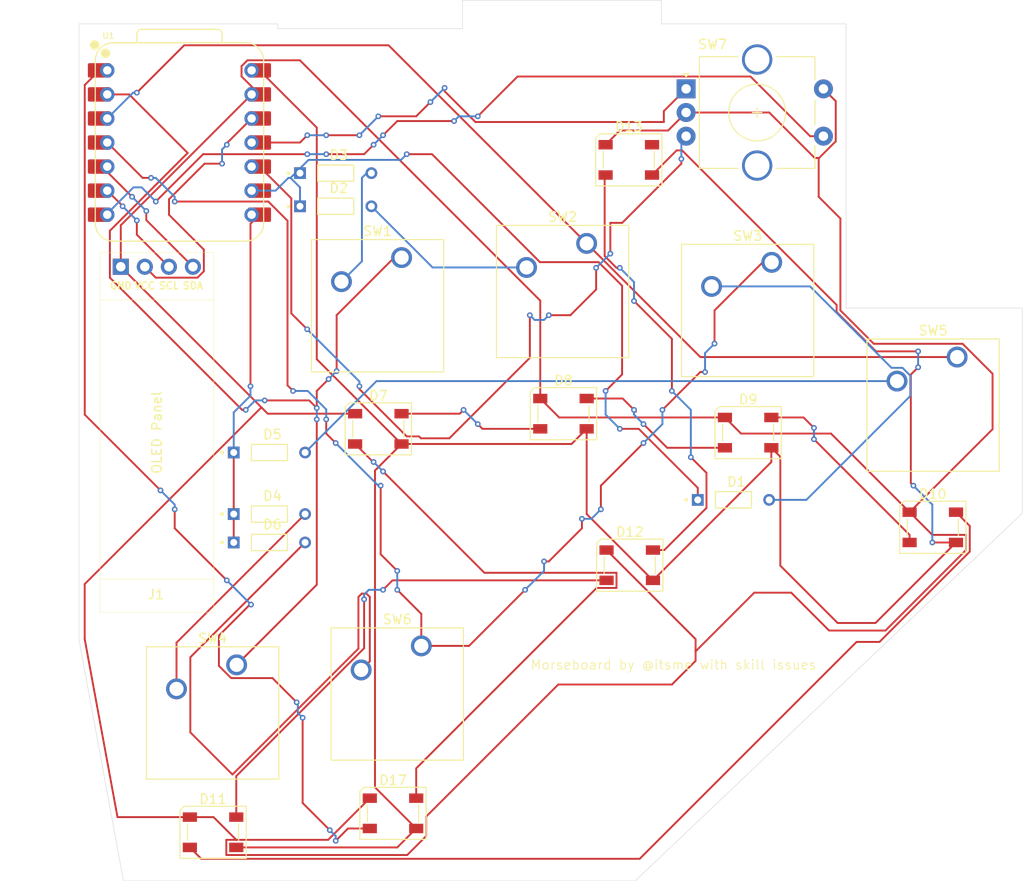
<source format=kicad_pcb>
(kicad_pcb (version 20241229) (generator "pcbnew") (generator_version "9.0")
  (layers (0 "F.Cu" signal) (2 "B.Cu" signal) (13 "F.Paste" user) (15 "B.Paste" user) (5 "F.SilkS" user "F.Silkscreen") (7 "B.SilkS" user "B.Silkscreen") (1 "F.Mask" user) (3 "B.Mask" user) (25 "Edge.Cuts" user))
  (net 0 "")
  (net 1 "Net-(D17-DOUT)")
  (net 2 "+5V")
  (net 3 "Net-(D7-DOUT)")
  (net 4 "GND")
  (net 5 "Net-(D8-DOUT)")
  (net 6 "Net-(D10-DIN)")
  (net 7 "Net-(D10-DOUT)")
  (net 8 "Net-(D17-DIN)")
  (net 9 "Net-(U1-GPIO27{slash}ADC1{slash}A1)")
  (net 10 "Net-(U1-GPIO28{slash}ADC2{slash}A2)")
  (net 11 "Net-(U1-GPIO29{slash}ADC3{slash}A3)")
  (net 12 "Net-(U1-GPIO3{slash}MOSI)")
  (net 13 "Net-(U1-GPIO4{slash}MISO)")
  (net 14 "Net-(U1-GPIO0{slash}TX)")
  (net 15 "+3.3V")
  (net 16 "Net-(J1-Pin_3)")
  (net 17 "Net-(J1-Pin_4)")
  (net 18 "Net-(D1-PadA)")
  (net 19 "Net-(U1-GPIO2{slash}SCK)")
  (net 20 "Net-(D2-PadA)")
  (net 21 "Net-(D3-PadA)")
  (net 22 "Net-(D4-PadA)")
  (net 23 "Net-(U1-GPIO1{slash}RX)")
  (net 24 "Net-(D5-PadA)")
  (net 25 "Net-(D6-PadA)")
  (net 26 "Net-(D11-DOUT)")
  (net 27 "Net-(D12-DOUT)")
  (footprint "OPL:XIAO-RP2040-DIP" (layer "F.Cu") (at 137.5 60.2685)
    (property "Reference" "U1")
    (property "Value" "XIAO-RP2040-DIP")
  )
  (footprint "Button_Switch_Keyboard:SW_Cherry_MX_1.00u_PCB" (layer "F.Cu") (at 200.04 72.92)
    (property "Reference" "SW3")
    (property "Value" "SW_Push")
  )
  (footprint "1N4148:DIOAD753W49L380D172B" (layer "F.Cu") (at 154 67)
    (property "Reference" "D2")
    (property "Value" "1N4148")
  )
  (footprint "LED_SMD:LED_SK6812_PLCC4_5.0x5.0mm_P3.2mm" (layer "F.Cu") (at 141.05 133.1)
    (property "Reference" "D11")
    (property "Value" "SK6812")
  )
  (footprint "1N4148:DIOAD753W49L380D172B" (layer "F.Cu") (at 154 63.5)
    (property "Reference" "D3")
    (property "Value" "1N4148")
  )
  (footprint "LED_SMD:LED_SK6812_PLCC4_5.0x5.0mm_P3.2mm" (layer "F.Cu") (at 184.95 62.1)
    (property "Reference" "D13")
    (property "Value" "SK6812")
  )
  (footprint "LED_SMD:LED_SK6812_PLCC4_5.0x5.0mm_P3.2mm" (layer "F.Cu") (at 185.05 104.9)
    (property "Reference" "D12")
    (property "Value" "SK6812")
  )
  (footprint "LED_SMD:LED_SK6812_PLCC4_5.0x5.0mm_P3.2mm" (layer "F.Cu") (at 197.55 90.9)
    (property "Reference" "D9")
    (property "Value" "SK6812")
  )
  (footprint "Button_Switch_Keyboard:SW_Cherry_MX_1.00u_PCB" (layer "F.Cu") (at 163.04 113.42)
    (property "Reference" "SW6")
    (property "Value" "SW_Push")
  )
  (footprint "Button_Switch_Keyboard:SW_Cherry_MX_1.00u_PCB" (layer "F.Cu") (at 180.5 70.92)
    (property "Reference" "SW2")
    (property "Value" "SW_Push")
  )
  (footprint "LED_SMD:LED_SK6812_PLCC4_5.0x5.0mm_P3.2mm" (layer "F.Cu") (at 158.5 90.5)
    (property "Reference" "D7")
    (property "Value" "SK6812")
  )
  (footprint "KiCad-SSD1306-0.91-OLED-4pin-128x32.pretty-master:SSD1306-0.91-OLED-4pin-128x32" (layer "F.Cu") (at 129.115 109.885 90)
    (property "Reference" "J1")
    (property "Value" "Conn_01x04_Socket")
  )
  (footprint "LED_SMD:LED_SK6812_PLCC4_5.0x5.0mm_P3.2mm" (layer "F.Cu") (at 160.05 131.1)
    (property "Reference" "D17")
    (property "Value" "SK6812")
  )
  (footprint "Button_Switch_Keyboard:SW_Cherry_MX_1.00u_PCB" (layer "F.Cu") (at 143.54 115.42)
    (property "Reference" "SW4")
    (property "Value" "SW_Push")
  )
  (footprint "LED_SMD:LED_SK6812_PLCC4_5.0x5.0mm_P3.2mm" (layer "F.Cu") (at 217.05 100.9)
    (property "Reference" "D10")
    (property "Value" "SK6812")
  )
  (footprint "Rotary Encoder:RotaryEncoder_Alps_EC11E-Switch_Vertical_H20mm_CircularMountingHoles" (layer "F.Cu") (at 191 54.6)
    (property "Reference" "SW7")
    (property "Value" "RotaryEncoder_Switch")
  )
  (footprint "Button_Switch_Keyboard:SW_Cherry_MX_1.00u_PCB" (layer "F.Cu") (at 219.62 82.92)
    (property "Reference" "SW5")
    (property "Value" "SW_Push")
  )
  (footprint "1N4148:DIOAD753W49L380D172B" (layer "F.Cu") (at 196 98)
    (property "Reference" "D1")
    (property "Value" "1N4148")
  )
  (footprint "Button_Switch_Keyboard:SW_Cherry_MX_1.00u_PCB" (layer "F.Cu") (at 160.96 72.42)
    (property "Reference" "SW1")
    (property "Value" "SW_Push")
  )
  (footprint "1N4148:DIOAD753W49L380D172B" (layer "F.Cu") (at 147 93)
    (property "Reference" "D5")
    (property "Value" "1N4148")
  )
  (footprint "1N4148:DIOAD753W49L380D172B" (layer "F.Cu") (at 147 99.5)
    (property "Reference" "D4")
    (property "Value" "1N4148")
  )
  (footprint "1N4148:DIOAD753W49L380D172B" (layer "F.Cu") (at 147 102.5)
    (property "Reference" "D6")
    (property "Value" "1N4148")
  )
  (footprint "LED_SMD:LED_SK6812_PLCC4_5.0x5.0mm_P3.2mm" (layer "F.Cu") (at 178.05 88.9)
    (property "Reference" "D8")
    (property "Value" "SK6812")
  )
  (gr_poly (pts (xy 131.590454 138.243143) (xy 126.893086 112.743143) (xy 126.893086 47.743143) (xy 147.893086 47.743143) (xy 147.893086 48.243143) (xy 167.393086 48.243143) (xy 167.393086 45.243143) (xy 188.393086 45.243143) (xy 188.393086 47.743143) (xy 207.893086 47.743143) (xy 207.893086 77.743143) (xy 226.5 77.743143) (xy 226.5 98.5) (xy 226.5 99.419909) (xy 185.615911 138.243143)) (stroke (width 0.05)) (fill no) (layer "Edge.Cuts"))
  (gr_text "Morseboard by @itsme with skill issues" (at 174.5 116 0) (layer "F.SilkS") (effects (font (size 1 1) (thickness 0.1)) (justify left bottom)))
  (segment (start 159 95) (end 159.25 95.25) (width 0.2) (layer "F.Cu") (net 1))
  (segment (start 162.5 126.35) (end 181.549 107.301) (width 0.2) (layer "F.Cu") (net 1))
  (segment (start 181.549 107.301) (end 183.651 107.301) (width 0.2) (layer "F.Cu") (net 1))
  (segment (start 183.651 105.699) (end 169.699 105.699) (width 0.2) (layer "F.Cu") (net 1))
  (segment (start 169.699 105.699) (end 159 95) (width 0.2) (layer "F.Cu") (net 1))
  (segment (start 156.05 92.1) (end 157.95 94) (width 0.2) (layer "F.Cu") (net 1))
  (segment (start 183.651 107.301) (end 183.651 105.699) (width 0.2) (layer "F.Cu") (net 1))
  (segment (start 157.95 94) (end 158 94) (width 0.2) (layer "F.Cu") (net 1))
  (segment (start 162.5 129.5) (end 162.5 126.35) (width 0.2) (layer "F.Cu") (net 1))
  (via (at 158 94) (size 0.6) (drill 0.3) (layers "F.Cu" "B.Cu") (net 1))
  (via (at 159 95) (size 0.6) (drill 0.3) (layers "F.Cu" "B.Cu") (net 1))
  (segment (start 158 94) (end 159 95) (width 0.2) (layer "B.Cu") (net 1))
  (segment (start 206.891086 78.158185) (end 211.052901 82.32) (width 0.2) (layer "F.Cu") (net 2))
  (segment (start 206.891086 77.411873) (end 206.891086 78.158185) (width 0.2) (layer "F.Cu") (net 2))
  (segment (start 214.729 96.229) (end 214.729 84.771) (width 0.2) (layer "F.Cu") (net 2))
  (segment (start 214.729 84.771) (end 215.5 84) (width 0.2) (layer "F.Cu") (net 2))
  (segment (start 160.5 134.7) (end 143.5 134.7) (width 0.2) (layer "F.Cu") (net 2))
  (segment (start 215 96.5) (end 214.729 96.229) (width 0.2) (layer "F.Cu") (net 2))
  (segment (start 200 94) (end 187.5 106.5) (width 0.2) (layer "F.Cu") (net 2))
  (segment (start 190.578213 61.099) (end 206.891086 77.411873) (width 0.2) (layer "F.Cu") (net 2))
  (segment (start 158.149 128.349) (end 162.5 132.7) (width 0.2) (layer "F.Cu") (net 2))
  (segment (start 187.5 106.5) (end 180.5 99.5) (width 0.2) (layer "F.Cu") (net 2))
  (segment (start 200.95 93.45) (end 200.95 104.95) (width 0.2) (layer "F.Cu") (net 2))
  (segment (start 187.4 63.7) (end 190.001 61.099) (width 0.2) (layer "F.Cu") (net 2))
  (segment (start 180.5 90.5) (end 178.9 92.1) (width 0.2) (layer "F.Cu") (net 2))
  (segment (start 211.052901 82.32) (end 215.5 82.32) (width 0.2) (layer "F.Cu") (net 2))
  (segment (start 180.5 99.5) (end 180.5 90.5) (width 0.2) (layer "F.Cu") (net 2))
  (segment (start 160.95 92.1) (end 152 83.15) (width 0.2) (layer "F.Cu") (net 2))
  (segment (start 178.9 92.1) (end 160.95 92.1) (width 0.2) (layer "F.Cu") (net 2))
  (segment (start 200.95 104.95) (end 207 111) (width 0.2) (layer "F.Cu") (net 2))
  (segment (start 160.95 92.1) (end 158.149 94.901) (width 0.2) (layer "F.Cu") (net 2))
  (segment (start 162.5 132.7) (end 160.5 134.7) (width 0.2) (layer "F.Cu") (net 2))
  (segment (start 158.149 94.901) (end 158.149 128.349) (width 0.2) (layer "F.Cu") (net 2))
  (segment (start 200 92.5) (end 200.95 93.45) (width 0.2) (layer "F.Cu") (net 2))
  (segment (start 211 111) (end 219.5 102.5) (width 0.2) (layer "F.Cu") (net 2))
  (segment (start 200 92.5) (end 200 94) (width 0.2) (layer "F.Cu") (net 2))
  (segment (start 152 83.15) (end 152 58.6935) (width 0.2) (layer "F.Cu") (net 2))
  (segment (start 190.001 61.099) (end 190.578213 61.099) (width 0.2) (layer "F.Cu") (net 2))
  (segment (start 219.5 102.5) (end 217 102.5) (width 0.2) (layer "F.Cu") (net 2))
  (segment (start 207 111) (end 211 111) (width 0.2) (layer "F.Cu") (net 2))
  (segment (start 152 58.6935) (end 145.955 52.6485) (width 0.2) (layer "F.Cu") (net 2))
  (via (at 215 96.5) (size 0.6) (drill 0.3) (layers "F.Cu" "B.Cu") (net 2))
  (via (at 217 102.5) (size 0.6) (drill 0.3) (layers "F.Cu" "B.Cu") (net 2))
  (via (at 215.5 82.32) (size 0.6) (drill 0.3) (layers "F.Cu" "B.Cu") (net 2))
  (via (at 215.5 84) (size 0.6) (drill 0.3) (layers "F.Cu" "B.Cu") (net 2))
  (segment (start 217 102.5) (end 217 98.5) (width 0.2) (layer "B.Cu") (net 2))
  (segment (start 217 98.5) (end 215 96.5) (width 0.2) (layer "B.Cu") (net 2))
  (segment (start 215.5 82.32) (end 215.5 84) (width 0.2) (layer "B.Cu") (net 2))
  (segment (start 175.6 90.5) (end 169.5 90.5) (width 0.2) (layer "F.Cu") (net 3))
  (segment (start 167.1 88.9) (end 160.95 88.9) (width 0.2) (layer "F.Cu") (net 3))
  (segment (start 169.5 90.5) (end 169 90) (width 0.2) (layer "F.Cu") (net 3))
  (segment (start 167.5 88.5) (end 167.1 88.9) (width 0.2) (layer "F.Cu") (net 3))
  (via (at 169 90) (size 0.6) (drill 0.3) (layers "F.Cu" "B.Cu") (net 3))
  (via (at 167.5 88.5) (size 0.6) (drill 0.3) (layers "F.Cu" "B.Cu") (net 3))
  (segment (start 169 90) (end 167.5 88.5) (width 0.2) (layer "B.Cu") (net 3))
  (segment (start 138.6 131.5) (end 130.959408 131.5) (width 0.2) (layer "F.Cu") (net 4))
  (segment (start 189.5 117.5) (end 177.5 117.5) (width 0.2) (layer "F.Cu") (net 4))
  (segment (start 146.21 88.29) (end 146.82 88.9) (width 0.2) (layer "F.Cu") (net 4))
  (segment (start 184 59) (end 189.1 59) (width 0.2) (layer "F.Cu") (net 4))
  (segment (start 220.200314 81.519) (end 210.819001 81.519) (width 0.2) (layer "F.Cu") (net 4))
  (segment (start 220.551 101.699) (end 216.999 101.699) (width 0.2) (layer "F.Cu") (net 4))
  (segment (start 192 112.7) (end 182.6 103.3) (width 0.2) (layer "F.Cu") (net 4))
  (segment (start 223.361 84.679686) (end 220.200314 81.519) (width 0.2) (layer "F.Cu") (net 4))
  (segment (start 207.292086 68.292086) (end 205 66) (width 0.2) (layer "F.Cu") (net 4))
  (segment (start 163.551 133.501) (end 161.551 135.501) (width 0.2) (layer "F.Cu") (net 4))
  (segment (start 146.82 88.9) (end 156.05 88.9) (width 0.2) (layer "F.Cu") (net 4))
  (segment (start 163.551 131.449) (end 163.551 133.501) (width 0.2) (layer "F.Cu") (net 4))
  (segment (start 206.801 60.138892) (end 206.801 55.901) (width 0.2) (layer "F.Cu") (net 4))
  (segment (start 196.8 91) (end 195.1 89.3) (width 0.2) (layer "F.Cu") (net 4))
  (segment (start 210.819001 81.519) (end 207.292086 77.992085) (width 0.2) (layer "F.Cu") (net 4))
  (segment (start 177.6 89.3) (end 195.1 89.3) (width 0.2) (layer "F.Cu") (net 4))
  (segment (start 212.051 111.801) (end 220.551 103.301) (width 0.2) (layer "F.Cu") (net 4))
  (segment (start 144.057 52.20819) (end 144.67969 51.5855) (width 0.2) (layer "F.Cu") (net 4))
  (segment (start 206.101 111.801) (end 212.051 111.801) (width 0.2) (layer "F.Cu") (net 4))
  (segment (start 131.305 69.0035) (end 131.305 73.385) (width 0.2) (layer "F.Cu") (net 4))
  (segment (start 205.038892 61.901) (end 206.801 60.138892) (width 0.2) (layer "F.Cu") (net 4))
  (segment (start 205 61.901) (end 205.038892 61.901) (width 0.2) (layer "F.Cu") (net 4))
  (segment (start 214.6 99.3) (end 223.361 90.539) (width 0.2) (layer "F.Cu") (net 4))
  (segment (start 131.305 73.385) (end 146.21 88.29) (width 0.2) (layer "F.Cu") (net 4))
  (segment (start 223.361 90.539) (end 223.361 84.679686) (width 0.2) (layer "F.Cu") (net 4))
  (segment (start 150.220684 51.5855) (end 175.6 76.964816) (width 0.2) (layer "F.Cu") (net 4))
  (segment (start 145.12 55.1885) (end 131.305 69.0035) (width 0.2) (layer "F.Cu") (net 4))
  (segment (start 214.6 99.3) (end 206.3 91) (width 0.2) (layer "F.Cu") (net 4))
  (segment (start 192 114) (end 192 112.7) (width 0.2) (layer "F.Cu") (net 4))
  (segment (start 143.5 133.899) (end 153.201 133.899) (width 0.2) (layer "F.Cu") (net 4))
  (segment (start 153.201 133.899) (end 157.6 129.5) (width 0.2) (layer "F.Cu") (net 4))
  (segment (start 206.3 91) (end 196.8 91) (width 0.2) (layer "F.Cu") (net 4))
  (segment (start 192 115) (end 189.5 117.5) (width 0.2) (layer "F.Cu") (net 4))
  (segment (start 192 114) (end 198.2 107.8) (width 0.2) (layer "F.Cu") (net 4))
  (segment (start 175.6 87.3) (end 177.6 89.3) (width 0.2) (layer "F.Cu") (net 4))
  (segment (start 192 115) (end 192 114) (width 0.2) (layer "F.Cu") (net 4))
  (segment (start 204.5839 61.901) (end 205 61.901) (width 0.2) (layer "F.Cu") (net 4))
  (segment (start 146.1015 88.29) (end 146.21 88.29) (width 0.2) (layer "F.Cu") (net 4))
  (segment (start 191 57.1) (end 199.7829 57.1) (width 0.2) (layer "F.Cu") (net 4))
  (segment (start 175.6 76.964816) (end 175.6 87.3) (width 0.2) (layer "F.Cu") (net 4))
  (segment (start 143.5 133.899) (end 141.101 131.5) (width 0.2) (layer "F.Cu") (net 4))
  (segment (start 145.955 55.1885) (end 144.057 53.2905) (width 0.2) (layer "F.Cu") (net 4))
  (segment (start 216.999 101.699) (end 214.6 99.3) (width 0.2) (layer "F.Cu") (net 4))
  (segment (start 199.7829 57.1) (end 204.5839 61.901) (width 0.2) (layer "F.Cu") (net 4))
  (segment (start 220.551 103.301) (end 220.551 101.699) (width 0.2) (layer "F.Cu") (net 4))
  (segment (start 189.1 59) (end 191 57.1) (width 0.2) (layer "F.Cu") (net 4))
  (segment (start 206.801 55.901) (end 205.5 54.6) (width 0.2) (layer "F.Cu") (net 4))
  (segment (start 142.449 135.501) (end 142.449 133.899) (width 0.2) (layer "F.Cu") (net 4))
  (segment (start 130.959408 131.5) (end 127.494086 112.688251) (width 0.2) (layer "F.Cu") (net 4))
  (segment (start 141.101 131.5) (end 138.6 131.5) (width 0.2) (layer "F.Cu") (net 4))
  (segment (start 144.057 53.2905) (end 144.057 52.20819) (width 0.2) (layer "F.Cu") (net 4))
  (segment (start 177.5 117.5) (end 163.551 131.449) (width 0.2) (layer "F.Cu") (net 4))
  (segment (start 198.2 107.8) (end 202.1 107.8) (width 0.2) (layer "F.Cu") (net 4))
  (segment (start 144.67969 51.5855) (end 150.220684 51.5855) (width 0.2) (layer "F.Cu") (net 4))
  (segment (start 161.551 135.501) (end 142.449 135.501) (width 0.2) (layer "F.Cu") (net 4))
  (segment (start 182.5 60.5) (end 184 59) (width 0.2) (layer "F.Cu") (net 4))
  (segment (start 142.449 133.899) (end 143.5 133.899) (width 0.2) (layer "F.Cu") (net 4))
  (segment (start 202.1 107.8) (end 206.101 111.801) (width 0.2) (layer "F.Cu") (net 4))
  (segment (start 127.494086 106.897414) (end 146.1015 88.29) (width 0.2) (layer "F.Cu") (net 4))
  (segment (start 207.292086 77.992085) (end 207.292086 68.292086) (width 0.2) (layer "F.Cu") (net 4))
  (segment (start 127.494086 112.688251) (end 127.494086 106.897414) (width 0.2) (layer "F.Cu") (net 4))
  (segment (start 205 66) (end 205 61.901) (width 0.2) (layer "F.Cu") (net 4))
  (segment (start 195.1 92.5) (end 189 92.5) (width 0.2) (layer "F.Cu") (net 5))
  (segment (start 189 92.5) (end 186.5 90) (width 0.2) (layer "F.Cu") (net 5))
  (segment (start 184.3 87.3) (end 185.5 88.5) (width 0.2) (layer "F.Cu") (net 5))
  (segment (start 180.5 87.3) (end 184.3 87.3) (width 0.2) (layer "F.Cu") (net 5))
  (segment (start 185.5 88.5) (end 185.7 88.7) (width 0.2) (layer "F.Cu") (net 5))
  (via (at 186.5 90) (size 0.6) (drill 0.3) (layers "F.Cu" "B.Cu") (net 5))
  (via (at 185.5 88.5) (size 0.6) (drill 0.3) (layers "F.Cu" "B.Cu") (net 5))
  (segment (start 185.5 89) (end 186.5 90) (width 0.2) (layer "B.Cu") (net 5))
  (segment (start 185.5 88.5) (end 185.5 89) (width 0.2) (layer "B.Cu") (net 5))
  (segment (start 214.6 101.7) (end 204.5 91.6) (width 0.2) (layer "F.Cu") (net 6))
  (segment (start 214.6 102.5) (end 214.6 101.7) (width 0.2) (layer "F.Cu") (net 6))
  (segment (start 203.4 89.3) (end 204.5 90.4) (width 0.2) (layer "F.Cu") (net 6))
  (segment (start 200 89.3) (end 203.4 89.3) (width 0.2) (layer "F.Cu") (net 6))
  (via (at 204.5 91.6) (size 0.6) (drill 0.3) (layers "F.Cu" "B.Cu") (net 6))
  (via (at 204.5 90.4) (size 0.6) (drill 0.3) (layers "F.Cu" "B.Cu") (net 6))
  (segment (start 204.5 91.6) (end 204.5 90.4) (width 0.2) (layer "B.Cu") (net 6))
  (segment (start 211.4191 113) (end 220.952 103.4671) (width 0.2) (layer "F.Cu") (net 7))
  (segment (start 186.098 135.902) (end 209 113) (width 0.2) (layer "F.Cu") (net 7))
  (segment (start 220.952 100.752) (end 219.5 99.3) (width 0.2) (layer "F.Cu") (net 7))
  (segment (start 220.952 103.4671) (end 220.952 100.752) (width 0.2) (layer "F.Cu") (net 7))
  (segment (start 209 113) (end 211.4191 113) (width 0.2) (layer "F.Cu") (net 7))
  (segment (start 219.5 99.3) (end 219.5 99.5) (width 0.2) (layer "F.Cu") (net 7))
  (segment (start 138.6 134.7) (end 139.802 135.902) (width 0.2) (layer "F.Cu") (net 7))
  (segment (start 139.802 135.902) (end 186.098 135.902) (width 0.2) (layer "F.Cu") (net 7))
  (segment (start 150.508608 130.008608) (end 150.508608 121.008608) (width 0.2) (layer "F.Cu") (net 8))
  (segment (start 157.6 132.7) (end 155.3 132.7) (width 0.2) (layer "F.Cu") (net 8))
  (segment (start 127.5 54.1935) (end 129.045 52.6485) (width 0.2) (layer "F.Cu") (net 8))
  (segment (start 145 109) (end 145.058515 109.058515) (width 0.2) (layer "F.Cu") (net 8))
  (segment (start 142.5 106.5) (end 137 101) (width 0.2) (layer "F.Cu") (net 8))
  (segment (start 153.375735 132.875735) (end 150.508608 130.008608) (width 0.2) (layer "F.Cu") (net 8))
  (segment (start 155.3 132.7) (end 154 134) (width 0.2) (layer "F.Cu") (net 8))
  (segment (start 137 101) (end 137 99) (width 0.2) (layer "F.Cu") (net 8))
  (segment (start 149.876528 119.376528) (end 147.321 116.821) (width 0.2) (layer "F.Cu") (net 8))
  (segment (start 147.321 116.821) (end 142.959686 116.821) (width 0.2) (layer "F.Cu") (net 8))
  (segment (start 135.5 97) (end 127.5 89) (width 0.2) (layer "F.Cu") (net 8))
  (segment (start 141.6678 112.3322) (end 145 109) (width 0.2) (layer "F.Cu") (net 8))
  (segment (start 141.6678 115.529114) (end 141.6678 112.3322) (width 0.2) (layer "F.Cu") (net 8))
  (segment (start 142.959686 116.821) (end 141.6678 115.529114) (width 0.2) (layer "F.Cu") (net 8))
  (segment (start 127.5 89) (end 127.5 54.1935) (width 0.2) (layer "F.Cu") (net 8))
  (via (at 149.876528 119.376528) (size 0.6) (drill 0.3) (layers "F.Cu" "B.Cu") (net 8))
  (via (at 142.5 106.5) (size 0.6) (drill 0.3) (layers "F.Cu" "B.Cu") (net 8))
  (via (at 145.058515 109.058515) (size 0.6) (drill 0.3) (layers "F.Cu" "B.Cu") (net 8))
  (via (at 154 134) (size 0.6) (drill 0.3) (layers "F.Cu" "B.Cu") (net 8))
  (via (at 137 99) (size 0.6) (drill 0.3) (layers "F.Cu" "B.Cu") (net 8))
  (via (at 135.5 97) (size 0.6) (drill 0.3) (layers "F.Cu" "B.Cu") (net 8))
  (via (at 153.375735 132.875735) (size 0.6) (drill 0.3) (layers "F.Cu" "B.Cu") (net 8))
  (via (at 150.508608 121.008608) (size 0.6) (drill 0.3) (layers "F.Cu" "B.Cu") (net 8))
  (segment (start 150 120.5) (end 150 119.5) (width 0.2) (layer "B.Cu") (net 8))
  (segment (start 137 98.5) (end 135.5 97) (width 0.2) (layer "B.Cu") (net 8))
  (segment (start 150.508608 121.008608) (end 150 120.5) (width 0.2) (layer "B.Cu") (net 8))
  (segment (start 137 99) (end 137 98.5) (width 0.2) (layer "B.Cu") (net 8))
  (segment (start 154 134) (end 154 133.5) (width 0.2) (layer "B.Cu") (net 8))
  (segment (start 154 133.5) (end 153.375735 132.875735) (width 0.2) (layer "B.Cu") (net 8))
  (segment (start 145.058515 109.058515) (end 142.5 106.5) (width 0.2) (layer "B.Cu") (net 8))
  (segment (start 150 119.5) (end 149.876528 119.376528) (width 0.2) (layer "B.Cu") (net 8))
  (segment (start 153.250735 85.249265) (end 152 86.5) (width 0.2) (layer "F.Cu") (net 9))
  (segment (start 154.099265 78.495919) (end 160.175184 72.42) (width 0.2) (layer "F.Cu") (net 9))
  (segment (start 129.88 55.1885) (end 132.1885 55.1885) (width 0.2) (layer "F.Cu") (net 9))
  (segment (start 152 106.96) (end 152 89.5) (width 0.2) (layer "F.Cu") (net 9))
  (segment (start 138.3707 61.3707) (end 130.154 69.5874) (width 0.2) (layer "F.Cu") (net 9))
  (segment (start 130.154 69.5874) (end 130.154 74.536) (width 0.2) (layer "F.Cu") (net 9))
  (segment (start 130.154 74.536) (end 144.118 88.5) (width 0.2) (layer "F.Cu") (net 9))
  (segment (start 146.5 87.5) (end 151.2 87.5) (width 0.2) (layer "F.Cu") (net 9))
  (segment (start 154.099265 84.400735) (end 154.099265 78.495919) (width 0.2) (layer "F.Cu") (net 9))
  (segment (start 160.175184 72.42) (end 160.96 72.42) (width 0.2) (layer "F.Cu") (net 9))
  (segment (start 152 86.5) (end 152 88.3) (width 0.2) (layer "F.Cu") (net 9))
  (segment (start 132.1885 55.1885) (end 138.3707 61.3707) (width 0.2) (layer "F.Cu") (net 9))
  (segment (start 144.118 88.5) (end 144.5 88.5) (width 0.2) (layer "F.Cu") (net 9))
  (segment (start 151.2 87.5) (end 152 88.3) (width 0.2) (layer "F.Cu") (net 9))
  (segment (start 143.54 115.42) (end 152 106.96) (width 0.2) (layer "F.Cu") (net 9))
  (via (at 152 88.3) (size 0.6) (drill 0.3) (layers "F.Cu" "B.Cu") (net 9))
  (via (at 144.5 88.5) (size 0.6) (drill 0.3) (layers "F.Cu" "B.Cu") (net 9))
  (via (at 154.099265 84.400735) (size 0.6) (drill 0.3) (layers "F.Cu" "B.Cu") (net 9))
  (via (at 152 89.5) (size 0.6) (drill 0.3) (layers "F.Cu" "B.Cu") (net 9))
  (via (at 153.250735 85.249265) (size 0.6) (drill 0.3) (layers "F.Cu" "B.Cu") (net 9))
  (via (at 146.5 87.5) (size 0.6) (drill 0.3) (layers "F.Cu" "B.Cu") (net 9))
  (segment (start 144.5 88.5) (end 145.5 87.5) (width 0.2) (layer "B.Cu") (net 9))
  (segment (start 153.250735 85.249265) (end 154.099265 84.400735) (width 0.2) (layer "B.Cu") (net 9))
  (segment (start 145.5 87.5) (end 146.5 87.5) (width 0.2) (layer "B.Cu") (net 9))
  (segment (start 152 89.5) (end 152 88.3) (width 0.2) (layer "B.Cu") (net 9))
  (segment (start 129.7715 57.7285) (end 129.5 58) (width 0.2) (layer "F.Cu") (net 10))
  (segment (start 192.5 82.92) (end 180.5 70.92) (width 0.2) (layer "F.Cu") (net 10))
  (segment (start 159.58 50) (end 180.5 70.92) (width 0.2) (layer "F.Cu") (net 10))
  (segment (start 133 55) (end 138 50) (width 0.2) (layer "F.Cu") (net 10))
  (segment (start 219.62 82.92) (end 192.5 82.92) (width 0.2) (layer "F.Cu") (net 10))
  (segment (start 138 50) (end 159.58 50) (width 0.2) (layer "F.Cu") (net 10))
  (segment (start 129.88 57.7285) (end 129.7715 57.7285) (width 0.2) (layer "F.Cu") (net 10))
  (via (at 133 55) (size 0.6) (drill 0.3) (layers "F.Cu" "B.Cu") (net 10))
  (segment (start 129.88 57.7285) (end 132.6085 55) (width 0.2) (layer "B.Cu") (net 10))
  (segment (start 132.6085 55) (end 133 55) (width 0.2) (layer "B.Cu") (net 10))
  (segment (start 163.04 113.42) (end 163.04 110.04) (width 0.2) (layer "F.Cu") (net 11))
  (segment (start 148.9105 85.9105) (end 149.5 86.5) (width 0.2) (layer "F.Cu") (net 11))
  (segment (start 188.5 88.5) (end 192.5 84.5) (width 0.2) (layer "F.Cu") (net 11))
  (segment (start 146.885126 66.5) (end 148.9105 68.525374) (width 0.2) (layer "F.Cu") (net 11))
  (segment (start 192.5 84.5) (end 193 84.5) (width 0.2) (layer "F.Cu") (net 11))
  (segment (start 153 91) (end 154 92) (width 0.2) (layer "F.Cu") (net 11))
  (segment (start 180 101) (end 180 100) (width 0.2) (layer "F.Cu") (net 11))
  (segment (start 163.04 110.04) (end 160.5 107.5) (width 0.2) (layer "F.Cu") (net 11))
  (segment (start 194 78) (end 199.08 72.92) (width 0.2) (layer "F.Cu") (net 11))
  (segment (start 199.08 72.92) (end 200.04 72.92) (width 0.2) (layer "F.Cu") (net 11))
  (segment (start 158.749 96.5) (end 158.749 103.749) (width 0.2) (layer "F.Cu") (net 11))
  (segment (start 176 104.5) (end 176.5 104.5) (width 0.2) (layer "F.Cu") (net 11))
  (segment (start 137 66.5) (end 146.885126 66.5) (width 0.2) (layer "F.Cu") (net 11))
  (segment (start 148.9105 68.525374) (end 148.9105 85.9105) (width 0.2) (layer "F.Cu") (net 11))
  (segment (start 182 96.5) (end 186.5 92) (width 0.2) (layer "F.Cu") (net 11))
  (segment (start 176.5 104.5) (end 180 101) (width 0.2) (layer "F.Cu") (net 11))
  (segment (start 153 89.5) (end 153 91) (width 0.2) (layer "F.Cu") (net 11))
  (segment (start 168.08 113.42) (end 174 107.5) (width 0.2) (layer "F.Cu") (net 11))
  (segment (start 163.04 113.42) (end 168.08 113.42) (width 0.2) (layer "F.Cu") (net 11))
  (segment (start 182 99) (end 182 96.5) (width 0.2) (layer "F.Cu") (net 11))
  (segment (start 129.88 60.2685) (end 133.6115 64) (width 0.2) (layer "F.Cu") (net 11))
  (segment (start 194 81.5) (end 194 78) (width 0.2) (layer "F.Cu") (net 11))
  (segment (start 158.749 103.749) (end 160.5 105.5) (width 0.2) (layer "F.Cu") (net 11))
  (segment (start 133.6115 64) (end 134.5 64) (width 0.2) (layer "F.Cu") (net 11))
  (via (at 174 107.5) (size 0.6) (drill 0.3) (layers "F.Cu" "B.Cu") (net 11))
  (via (at 160.5 107.5) (size 0.6) (drill 0.3) (layers "F.Cu" "B.Cu") (net 11))
  (via (at 180 100) (size 0.6) (drill 0.3) (layers "F.Cu" "B.Cu") (net 11))
  (via (at 188.5 88.5) (size 0.6) (drill 0.3) (layers "F.Cu" "B.Cu") (net 11))
  (via (at 160.5 105.5) (size 0.6) (drill 0.3) (layers "F.Cu" "B.Cu") (net 11))
  (via (at 154 92) (size 0.6) (drill 0.3) (layers "F.Cu" "B.Cu") (net 11))
  (via (at 137 66.5) (size 0.6) (drill 0.3) (layers "F.Cu" "B.Cu") (net 11))
  (via (at 186.5 92) (size 0.6) (drill 0.3) (layers "F.Cu" "B.Cu") (net 11))
  (via (at 149.5 86.5) (size 0.6) (drill 0.3) (layers "F.Cu" "B.Cu") (net 11))
  (via (at 176 104.5) (size 0.6) (drill 0.3) (layers "F.Cu" "B.Cu") (net 11))
  (via (at 193 84.5) (size 0.6) (drill 0.3) (layers "F.Cu" "B.Cu") (net 11))
  (via (at 134.5 64) (size 0.6) (drill 0.3) (layers "F.Cu" "B.Cu") (net 11))
  (via (at 194 81.5) (size 0.6) (drill 0.3) (layers "F.Cu" "B.Cu") (net 11))
  (via (at 158.749 96.5) (size 0.6) (drill 0.3) (layers "F.Cu" "B.Cu") (net 11))
  (via (at 153 89.5) (size 0.6) (drill 0.3) (layers "F.Cu" "B.Cu") (net 11))
  (via (at 182 99) (size 0.6) (drill 0.3) (layers "F.Cu" "B.Cu") (net 11))
  (segment (start 134.5 64) (end 135 64) (width 0.2) (layer "B.Cu") (net 11))
  (segment (start 188 90.5) (end 188.5 90) (width 0.2) (layer "B.Cu") (net 11))
  (segment (start 153 88.450057) (end 153 89.5) (width 0.2) (layer "B.Cu") (net 11))
  (segment (start 137 66) (end 137 66.5) (width 0.2) (layer "B.Cu") (net 11))
  (segment (start 154 92) (end 158.5 96.5) (width 0.2) (layer "B.Cu") (net 11))
  (segment (start 149.5 86.5) (end 151.049943 86.5) (width 0.2) (layer "B.Cu") (net 11))
  (segment (start 135 64) (end 137 66) (width 0.2) (layer "B.Cu") (net 11))
  (segment (start 158.5 96.5) (end 158.749 96.5) (width 0.2) (layer "B.Cu") (net 11))
  (segment (start 181 100) (end 182 99) (width 0.2) (layer "B.Cu") (net 11))
  (segment (start 188.5 90) (end 188.5 88.5) (width 0.2) (layer "B.Cu") (net 11))
  (segment (start 186.5 92) (end 188 90.5) (width 0.2) (layer "B.Cu") (net 11))
  (segment (start 151.049943 86.5) (end 153 88.450057) (width 0.2) (layer "B.Cu") (net 11))
  (segment (start 193 84.5) (end 193 82.5) (width 0.2) (layer "B.Cu") (net 11))
  (segment (start 160.5 105.5) (end 160.5 107.5) (width 0.2) (layer "B.Cu") (net 11))
  (segment (start 193 82.5) (end 194 81.5) (width 0.2) (layer "B.Cu") (net 11))
  (segment (start 180 100) (end 181 100) (width 0.2) (layer "B.Cu") (net 11))
  (segment (start 176 105.5) (end 176 104.5) (width 0.2) (layer "B.Cu") (net 11))
  (segment (start 174 107.5) (end 176 105.5) (width 0.2) (layer "B.Cu") (net 11))
  (segment (start 168.751057 58.101) (end 188.649 58.101) (width 0.2) (layer "F.Cu") (net 12))
  (segment (start 162.5 57.5) (end 164 56) (width 0.2) (layer "F.Cu") (net 12))
  (segment (start 165.5 54.5) (end 165.5 54.849943) (width 0.2) (layer "F.Cu") (net 12))
  (segment (start 150.2315 60.2685) (end 151 59.5) (width 0.2) (layer "F.Cu") (net 12))
  (segment (start 188.649 56.951) (end 188.649 58.101) (width 0.2) (layer "F.Cu") (net 12))
  (segment (start 158.5 57.5) (end 162.5 57.5) (width 0.2) (layer "F.Cu") (net 12))
  (segment (start 153 59.5) (end 156.5 59.5) (width 0.2) (layer "F.Cu") (net 12))
  (segment (start 145.12 60.2685) (end 150.2315 60.2685) (width 0.2) (layer "F.Cu") (net 12))
  (segment (start 191 54.6) (end 188.649 56.951) (width 0.2) (layer "F.Cu") (net 12))
  (segment (start 165.5 54.849943) (end 168.751057 58.101) (width 0.2) (layer "F.Cu") (net 12))
  (via (at 153 59.5) (size 0.6) (drill 0.3) (layers "F.Cu" "B.Cu") (net 12))
  (via (at 165.5 54.5) (size 0.6) (drill 0.3) (layers "F.Cu" "B.Cu") (net 12))
  (via (at 156.5 59.5) (size 0.6) (drill 0.3) (layers "F.Cu" "B.Cu") (net 12))
  (via (at 151 59.5) (size 0.6) (drill 0.3) (layers "F.Cu" "B.Cu") (net 12))
  (via (at 158.5 57.5) (size 0.6) (drill 0.3) (layers "F.Cu" "B.Cu") (net 12))
  (via (at 164 56) (size 0.6) (drill 0.3) (layers "F.Cu" "B.Cu") (net 12))
  (segment (start 151 59.5) (end 153 59.5) (width 0.2) (layer "B.Cu") (net 12))
  (segment (start 156.5 59.5) (end 158.5 57.5) (width 0.2) (layer "B.Cu") (net 12))
  (segment (start 164 56) (end 165.5 54.5) (width 0.2) (layer "B.Cu") (net 12))
  (segment (start 161.497 91.299) (end 162.799 91.299) (width 0.2) (layer "F.Cu") (net 13))
  (segment (start 178.784816 78.5) (end 181.5 75.784816) (width 0.2) (layer "F.Cu") (net 13))
  (segment (start 166 91.5) (end 174.5 83) (width 0.2) (layer "F.Cu") (net 13))
  (segment (start 151 80) (end 150.987434 79.987434) (width 0.2) (layer "F.Cu") (net 13))
  (segment (start 190.5 62) (end 190.5 62.5) (width 0.2) (layer "F.Cu") (net 13))
  (segment (start 156.5 86) (end 156.5 86.302) (width 0.2) (layer "F.Cu") (net 13))
  (segment (start 145.955 62.8085) (end 149.3115 66.165) (width 0.2) (layer "F.Cu") (net 13))
  (segment (start 184.25 68.75) (end 183 68.75) (width 0.2) (layer "F.Cu") (net 13))
  (segment (start 183 72) (end 183 68.75) (width 0.2) (layer "F.Cu") (net 13))
  (segment (start 176.5 78.5) (end 178.784816 78.5) (width 0.2) (layer "F.Cu") (net 13))
  (segment (start 156.5 86.302) (end 161.497 91.299) (width 0.2) (layer "F.Cu") (net 13))
  (segment (start 174.5 83) (end 174.5 78.5) (width 0.2) (layer "F.Cu") (net 13))
  (segment (start 149.3115 78.3115) (end 150.987434 79.987434) (width 0.2) (layer "F.Cu") (net 13))
  (segment (start 163 91.5) (end 166 91.5) (width 0.2) (layer "F.Cu") (net 13))
  (segment (start 162.799 91.299) (end 163 91.5) (width 0.2) (layer "F.Cu") (net 13))
  (segment (start 190.5 62.5) (end 184.25 68.75) (width 0.2) (layer "F.Cu") (net 13))
  (segment (start 149.3115 66.165) (end 149.3115 78.3115) (width 0.2) (layer "F.Cu") (net 13))
  (segment (start 181.5 75.784816) (end 181.5 73.5) (width 0.2) (layer "F.Cu") (net 13))
  (segment (start 190.5 61.75) (end 190.5 62) (width 0.2) (layer "F.Cu") (net 13))
  (via (at 156.5 86) (size 0.6) (drill 0.3) (layers "F.Cu" "B.Cu") (net 13))
  (via (at 176.5 78.5) (size 0.6) (drill 0.3) (layers "F.Cu" "B.Cu") (net 13))
  (via (at 150.987434 79.987434) (size 0.6) (drill 0.3) (layers "F.Cu" "B.Cu") (net 13))
  (via (at 183 72) (size 0.6) (drill 0.3) (layers "F.Cu" "B.Cu") (net 13))
  (via (at 190.5 62) (size 0.6) (drill 0.3) (layers "F.Cu" "B.Cu") (net 13))
  (via (at 181.5 73.5) (size 0.6) (drill 0.3) (layers "F.Cu" "B.Cu") (net 13))
  (via (at 174.5 78.5) (size 0.6) (drill 0.3) (layers "F.Cu" "B.Cu") (net 13))
  (segment (start 175 79) (end 176 79) (width 0.2) (layer "B.Cu") (net 13))
  (segment (start 156.5 85.5) (end 156.5 86) (width 0.2) (layer "B.Cu") (net 13))
  (segment (start 190.5 60.1) (end 191 59.6) (width 0.2) (layer "B.Cu") (net 13))
  (segment (start 176 79) (end 176.5 78.5) (width 0.2) (layer "B.Cu") (net 13))
  (segment (start 190.5 62) (end 190.5 60.1) (width 0.2) (layer "B.Cu") (net 13))
  (segment (start 181.5 73.5) (end 183 72) (width 0.2) (layer "B.Cu") (net 13))
  (segment (start 150.987434 79.987434) (end 156.5 85.5) (width 0.2) (layer "B.Cu") (net 13))
  (segment (start 174.5 78.5) (end 175 79) (width 0.2) (layer "B.Cu") (net 13))
  (segment (start 197.799 53.299) (end 204.1 59.6) (width 0.2) (layer "F.Cu") (net 14))
  (segment (start 140 61.5) (end 151 61.5) (width 0.2) (layer "F.Cu") (net 14))
  (segment (start 135 66.5) (end 140 61.5) (width 0.2) (layer "F.Cu") (net 14))
  (segment (start 159 59.5) (end 160.5 58) (width 0.2) (layer "F.Cu") (net 14))
  (segment (start 129.88 67.8885) (end 129.045 67.8885) (width 0.2) (layer "F.Cu") (net 14))
  (segment (start 173.201 53.299) (end 197.799 53.299) (width 0.2) (layer "F.Cu") (net 14))
  (segment (start 153 61.5) (end 157 61.5) (width 0.2) (layer "F.Cu") (net 14))
  (segment (start 160.5 58) (end 166.5 58) (width 0.2) (layer "F.Cu") (net 14))
  (segment (start 204.1 59.6) (end 205.5 59.6) (width 0.2) (layer "F.Cu") (net 14))
  (segment (start 157 61.5) (end 158 60.5) (width 0.2) (layer "F.Cu") (net 14))
  (segment (start 169 57.5) (end 173.201 53.299) (width 0.2) (layer "F.Cu") (net 14))
  (via (at 169 57.5) (size 0.6) (drill 0.3) (layers "F.Cu" "B.Cu") (net 14))
  (via (at 159 59.5) (size 0.6) (drill 0.3) (layers "F.Cu" "B.Cu") (net 14))
  (via (at 166.5 58) (size 0.6) (drill 0.3) (layers "F.Cu" "B.Cu") (net 14))
  (via (at 151 61.5) (size 0.6) (drill 0.3) (layers "F.Cu" "B.Cu") (net 14))
  (via (at 158 60.5) (size 0.6) (drill 0.3) (layers "F.Cu" "B.Cu") (net 14))
  (via (at 153 61.5) (size 0.6) (drill 0.3) (layers "F.Cu" "B.Cu") (net 14))
  (via (at 135 66.5) (size 0.6) (drill 0.3) (layers "F.Cu" "B.Cu") (net 14))
  (segment (start 158 60.5) (end 159 59.5) (width 0.2) (layer "B.Cu") (net 14))
  (segment (start 151 61.5) (end 153 61.5) (width 0.2) (layer "B.Cu") (net 14))
  (segment (start 166.5 58) (end 167 57.5) (width 0.2) (layer "B.Cu") (net 14))
  (segment (start 167 57.5) (end 169 57.5) (width 0.2) (layer "B.Cu") (net 14))
  (segment (start 129.88 67.770057) (end 132.650057 65) (width 0.2) (layer "B.Cu") (net 14))
  (segment (start 132.650057 65) (end 133.5 65) (width 0.2) (layer "B.Cu") (net 14))
  (segment (start 133.5 65) (end 135 66.5) (width 0.2) (layer "B.Cu") (net 14))
  (segment (start 129.88 67.8885) (end 129.88 67.770057) (width 0.2) (layer "B.Cu") (net 14))
  (segment (start 139.40176 74.536) (end 140.076 73.86176) (width 0.2) (layer "F.Cu") (net 15))
  (segment (start 140.076 73.86176) (end 140.076 71.576) (width 0.2) (layer "F.Cu") (net 15))
  (segment (start 134.996 74.536) (end 139.40176 74.536) (width 0.2) (layer "F.Cu") (net 15))
  (segment (start 142.5 60.3485) (end 145.12 57.7285) (width 0.2) (layer "F.Cu") (net 15))
  (segment (start 136.399 67.899) (end 136.399 66.251057) (width 0.2) (layer "F.Cu") (net 15))
  (segment (start 140.076 71.576) (end 136.399 67.899) (width 0.2) (layer "F.Cu") (net 15))
  (segment (start 140.150057 62.5) (end 142 62.5) (width 0.2) (layer "F.Cu") (net 15))
  (segment (start 136.399 66.251057) (end 140.150057 62.5) (width 0.2) (layer "F.Cu") (net 15))
  (segment (start 133.845 73.385) (end 134.996 74.536) (width 0.2) (layer "F.Cu") (net 15))
  (segment (start 142.5 60.5) (end 142.5 60.3485) (width 0.2) (layer "F.Cu") (net 15))
  (via (at 142.5 60.5) (size 0.6) (drill 0.3) (layers "F.Cu" "B.Cu") (net 15))
  (via (at 142 62.5) (size 0.6) (drill 0.3) (layers "F.Cu" "B.Cu") (net 15))
  (segment (start 142.5 60.5) (end 142.6 60.6) (width 0.2) (layer "B.Cu") (net 15))
  (segment (start 142 62.5) (end 142 61) (width 0.2) (layer "B.Cu") (net 15))
  (segment (start 142 61) (end 142.5 60.5) (width 0.2) (layer "B.Cu") (net 15))
  (segment (start 133 70) (end 133 68.5) (width 0.2) (layer "F.Cu") (net 16))
  (segment (start 131.5 67) (end 131.5 66.9685) (width 0.2) (layer "F.Cu") (net 16))
  (segment (start 131.5 66.9685) (end 129.88 65.3485) (width 0.2) (layer "F.Cu") (net 16))
  (segment (start 136.385 73.385) (end 133 70) (width 0.2) (layer "F.Cu") (net 16))
  (via (at 131.5 67) (size 0.6) (drill 0.3) (layers "F.Cu" "B.Cu") (net 16))
  (via (at 133 68.5) (size 0.6) (drill 0.3) (layers "F.Cu" "B.Cu") (net 16))
  (segment (start 133 68.5) (end 131.5 67) (width 0.2) (layer "B.Cu") (net 16))
  (segment (start 134 68.46) (end 134 67.5) (width 0.2) (layer "F.Cu") (net 17))
  (segment (start 129.88 63.38) (end 132.5 66) (width 0.2) (layer "F.Cu") (net 17))
  (segment (start 129.88 62.8085) (end 129.88 63.38) (width 0.2) (layer "F.Cu") (net 17))
  (segment (start 138.925 73.385) (end 134 68.46) (width 0.2) (layer "F.Cu") (net 17))
  (via (at 134 67.5) (size 0.6) (drill 0.3) (layers "F.Cu" "B.Cu") (net 17))
  (via (at 132.5 66) (size 0.6) (drill 0.3) (layers "F.Cu" "B.Cu") (net 17))
  (segment (start 132.5 66) (end 134 67.5) (width 0.2) (layer "B.Cu") (net 17))
  (segment (start 204.090686 75.46) (end 212.689686 84.059) (width 0.2) (layer "B.Cu") (net 18))
  (segment (start 203.69847 98) (end 199.7685 98) (width 0.2) (layer "B.Cu") (net 18))
  (segment (start 212.689686 84.059) (end 213.850314 84.059) (width 0.2) (layer "B.Cu") (net 18))
  (segment (start 214.671 87.02747) (end 203.69847 98) (width 0.2) (layer "B.Cu") (net 18))
  (segment (start 214.671 84.879686) (end 214.671 87.02747) (width 0.2) (layer "B.Cu") (net 18))
  (segment (start 213.850314 84.059) (end 214.671 84.879686) (width 0.2) (layer "B.Cu") (net 18))
  (segment (start 193.69 75.46) (end 204.090686 75.46) (width 0.2) (layer "B.Cu") (net 18))
  (segment (start 192.2315 98) (end 192.2315 96.7315) (width 0.2) (layer "F.Cu") (net 19))
  (segment (start 181.748943 72.899) (end 175.570314 72.899) (width 0.2) (layer "F.Cu") (net 19))
  (segment (start 186 90.5) (end 184 90.5) (width 0.2) (layer "F.Cu") (net 19))
  (segment (start 175.570314 72.899) (end 164.171314 61.5) (width 0.2) (layer "F.Cu") (net 19))
  (segment (start 184.241 84.759) (end 184.241 75.391057) (width 0.2) (layer "F.Cu") (net 19))
  (segment (start 192.2315 96.7315) (end 186 90.5) (width 0.2) (layer "F.Cu") (net 19))
  (segment (start 182.5 86.5) (end 184.241 84.759) (width 0.2) (layer "F.Cu") (net 19))
  (segment (start 184.241 75.391057) (end 181.748943 72.899) (width 0.2) (layer "F.Cu") (net 19))
  (segment (start 164.171314 61.5) (end 161.5 61.5) (width 0.2) (layer "F.Cu") (net 19))
  (via (at 184 90.5) (size 0.6) (drill 0.3) (layers "F.Cu" "B.Cu") (net 19))
  (via (at 161.5 61.5) (size 0.6) (drill 0.3) (layers "F.Cu" "B.Cu") (net 19))
  (via (at 182.5 86.5) (size 0.6) (drill 0.3) (layers "F.Cu" "B.Cu") (net 19))
  (segment (start 182.5 89) (end 182.5 86.5) (width 0.2) (layer "B.Cu") (net 19))
  (segment (start 151.1305 62.101) (end 149.2315 64) (width 0.2) (layer "B.Cu") (net 19))
  (segment (start 147.6515 65.3485) (end 145.12 65.3485) (width 0.2) (layer "B.Cu") (net 19))
  (segment (start 184 90.5) (end 182.5 89) (width 0.2) (layer "B.Cu") (net 19))
  (segment (start 149 64) (end 147.6515 65.3485) (width 0.2) (layer "B.Cu") (net 19))
  (segment (start 150.2315 67) (end 150.2315 65) (width 0.2) (layer "B.Cu") (net 19))
  (segment (start 161.5 61.5) (end 160.899 62.101) (width 0.2) (layer "B.Cu") (net 19))
  (segment (start 149.2315 64) (end 149 64) (width 0.2) (layer "B.Cu") (net 19))
  (segment (start 160.899 62.101) (end 151.1305 62.101) (width 0.2) (layer "B.Cu") (net 19))
  (segment (start 150.2315 65) (end 149.2315 64) (width 0.2) (layer "B.Cu") (net 19))
  (segment (start 174.15 73.46) (end 164.2285 73.46) (width 0.2) (layer "B.Cu") (net 20))
  (segment (start 164.2285 73.46) (end 157.7685 67) (width 0.2) (layer "B.Cu") (net 20))
  (segment (start 156.7685 72.8015) (end 154.61 74.96) (width 0.2) (layer "B.Cu") (net 21))
  (segment (start 156.7685 64) (end 156.7685 72.8015) (width 0.2) (layer "B.Cu") (net 21))
  (segment (start 157.2685 63.5) (end 156.7685 64) (width 0.2) (layer "B.Cu") (net 21))
  (segment (start 157.7685 63.5) (end 157.2685 63.5) (width 0.2) (layer "B.Cu") (net 21))
  (segment (start 137.19 113.0785) (end 137.19 117.96) (width 0.2) (layer "F.Cu") (net 22))
  (segment (start 150.7685 99.5) (end 137.19 113.0785) (width 0.2) (layer "F.Cu") (net 22))
  (segment (start 145 68.8435) (end 145 86) (width 0.2) (layer "F.Cu") (net 23))
  (segment (start 143.2315 93) (end 143.2315 102.5) (width 0.2) (layer "F.Cu") (net 23))
  (segment (start 145.955 67.8885) (end 145 68.8435) (width 0.2) (layer "F.Cu") (net 23))
  (via (at 145 86) (size 0.6) (drill 0.3) (layers "F.Cu" "B.Cu") (net 23))
  (segment (start 145 86) (end 145 87) (width 0.2) (layer "B.Cu") (net 23))
  (segment (start 143.2315 88.7685) (end 143.2315 93) (width 0.2) (layer "B.Cu") (net 23))
  (segment (start 145 87) (end 143.2315 88.7685) (width 0.2) (layer "B.Cu") (net 23))
  (segment (start 150.7685 93.2685) (end 151 93.5) (width 0.2) (layer "B.Cu") (net 24))
  (segment (start 150.7685 93.2685) (end 150.7685 93) (width 0.2) (layer "B.Cu") (net 24))
  (segment (start 150.7685 93) (end 158.3085 85.46) (width 0.2) (layer "B.Cu") (net 24))
  (segment (start 158.3085 85.46) (end 213.27 85.46) (width 0.2) (layer "B.Cu") (net 24))
  (segment (start 156.399 108.251057) (end 156.751057 107.899) (width 0.2) (layer "F.Cu") (net 25))
  (segment (start 156.751057 107.899) (end 157.248943 107.899) (width 0.2) (layer "F.Cu") (net 25))
  (segment (start 150.7685 102.5) (end 138.649 114.6195) (width 0.2) (layer "F.Cu") (net 25))
  (segment (start 138.649 122.552586) (end 143.099 127.002586) (width 0.2) (layer "F.Cu") (net 25))
  (segment (start 138.649 114.6195) (end 138.649 122.552586) (width 0.2) (layer "F.Cu") (net 25))
  (segment (start 157.248943 107.899) (end 157.601 108.251057) (width 0.2) (layer "F.Cu") (net 25))
  (segment (start 157.601 108.251057) (end 157.601 115.049) (width 0.2) (layer "F.Cu") (net 25))
  (segment (start 143.099 127.002586) (end 156.399 113.702586) (width 0.2) (layer "F.Cu") (net 25))
  (segment (start 157.601 115.049) (end 156.69 115.96) (width 0.2) (layer "F.Cu") (net 25))
  (segment (start 156.399 113.702586) (end 156.399 108.251057) (width 0.2) (layer "F.Cu") (net 25))
  (segment (start 143.5 127.168686) (end 157 113.668686) (width 0.2) (layer "F.Cu") (net 26))
  (segment (start 182.6 106.5) (end 160 106.5) (width 0.2) (layer "F.Cu") (net 26))
  (segment (start 143.5 131.5) (end 143.5 127.168686) (width 0.2) (layer "F.Cu") (net 26))
  (segment (start 160 106.5) (end 159 107.5) (width 0.2) (layer "F.Cu") (net 26))
  (segment (start 157 113.668686) (end 157 108.5) (width 0.2) (layer "F.Cu") (net 26))
  (via (at 159 107.5) (size 0.6) (drill 0.3) (layers "F.Cu" "B.Cu") (net 26))
  (via (at 157 108.5) (size 0.6) (drill 0.3) (layers "F.Cu" "B.Cu") (net 26))
  (segment (start 157.5 107.5) (end 157 108) (width 0.2) (layer "B.Cu") (net 26))
  (segment (start 157 108) (end 157 108.5) (width 0.2) (layer "B.Cu") (net 26))
  (segment (start 159 107.5) (end 157.5 107.5) (width 0.2) (layer "B.Cu") (net 26))
  (segment (start 188.7 103.3) (end 193.1515 98.8485) (width 0.2) (layer "F.Cu") (net 27))
  (segment (start 187.5 103.3) (end 188.7 103.3) (width 0.2) (layer "F.Cu") (net 27))
  (segment (start 182.399 72.248943) (end 182.399 63.801) (width 0.2) (layer "F.Cu") (net 27))
  (segment (start 193.1515 98.8485) (end 193.1515 95.1515) (width 0.2) (layer "F.Cu") (net 27))
  (segment (start 182.399 63.801) (end 182.5 63.7) (width 0.2) (layer "F.Cu") (net 27))
  (segment (start 184 73.5) (end 183.650057 73.5) (width 0.2) (layer "F.Cu") (net 27))
  (segment (start 183.650057 73.5) (end 182.399 72.248943) (width 0.2) (layer "F.Cu") (net 27))
  (segment (start 193.1515 95.1515) (end 191.5 93.5) (width 0.2) (layer "F.Cu") (net 27))
  (segment (start 189.5 86.5) (end 189.5 81) (width 0.2) (layer "F.Cu") (net 27))
  (segment (start 189.5 81) (end 185.5 77) (width 0.2) (layer "F.Cu") (net 27))
  (via (at 185.5 77) (size 0.6) (drill 0.3) (layers "F.Cu" "B.Cu") (net 27))
  (via (at 189.5 86.5) (size 0.6) (drill 0.3) (layers "F.Cu" "B.Cu") (net 27))
  (via (at 191.5 93.5) (size 0.6) (drill 0.3) (layers "F.Cu" "B.Cu") (net 27))
  (via (at 184 73.5) (size 0.6) (drill 0.3) (layers "F.Cu" "B.Cu") (net 27))
  (segment (start 185.5 77) (end 185.5 75) (width 0.2) (layer "B.Cu") (net 27))
  (segment (start 191.5 93.5) (end 191.5 88.5) (width 0.2) (layer "B.Cu") (net 27))
  (segment (start 191.5 88.5) (end 189.5 86.5) (width 0.2) (layer "B.Cu") (net 27))
  (segment (start 185.5 75) (end 184 73.5) (width 0.2) (layer "B.Cu") (net 27))
)
</source>
